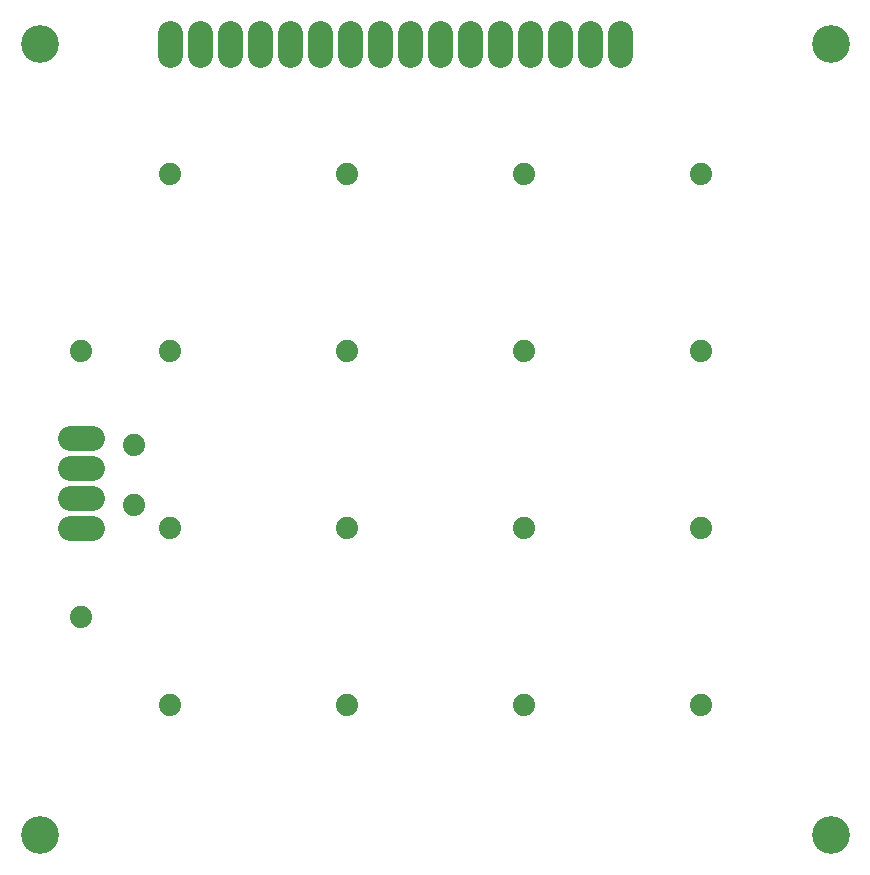
<source format=gbs>
G75*
%MOIN*%
%OFA0B0*%
%FSLAX25Y25*%
%IPPOS*%
%LPD*%
%AMOC8*
5,1,8,0,0,1.08239X$1,22.5*
%
%ADD10C,0.12611*%
%ADD11C,0.07400*%
%ADD12C,0.08200*%
D10*
X0012811Y0012811D03*
X0012811Y0276591D03*
X0276591Y0276591D03*
X0276591Y0012811D03*
D11*
X0233283Y0056118D03*
X0233283Y0115173D03*
X0174228Y0115173D03*
X0174228Y0056118D03*
X0115173Y0056118D03*
X0115173Y0115173D03*
X0056118Y0115173D03*
X0044307Y0123047D03*
X0044307Y0142732D03*
X0056118Y0174228D03*
X0026589Y0174228D03*
X0056118Y0233283D03*
X0115173Y0233283D03*
X0115173Y0174228D03*
X0174228Y0174228D03*
X0233283Y0174228D03*
X0233283Y0233283D03*
X0174228Y0233283D03*
X0026591Y0085646D03*
X0056118Y0056118D03*
D12*
X0030291Y0115173D02*
X0022891Y0115173D01*
X0022891Y0125173D02*
X0030291Y0125173D01*
X0030291Y0135173D02*
X0022891Y0135173D01*
X0022891Y0145173D02*
X0030291Y0145173D01*
X0056118Y0272891D02*
X0056118Y0280291D01*
X0066118Y0280291D02*
X0066118Y0272891D01*
X0076118Y0272891D02*
X0076118Y0280291D01*
X0086118Y0280291D02*
X0086118Y0272891D01*
X0096118Y0272891D02*
X0096118Y0280291D01*
X0106118Y0280291D02*
X0106118Y0272891D01*
X0116118Y0272891D02*
X0116118Y0280291D01*
X0126118Y0280291D02*
X0126118Y0272891D01*
X0136118Y0272891D02*
X0136118Y0280291D01*
X0146118Y0280291D02*
X0146118Y0272891D01*
X0156118Y0272891D02*
X0156118Y0280291D01*
X0166118Y0280291D02*
X0166118Y0272891D01*
X0176118Y0272891D02*
X0176118Y0280291D01*
X0186118Y0280291D02*
X0186118Y0272891D01*
X0196118Y0272891D02*
X0196118Y0280291D01*
X0206118Y0280291D02*
X0206118Y0272891D01*
M02*

</source>
